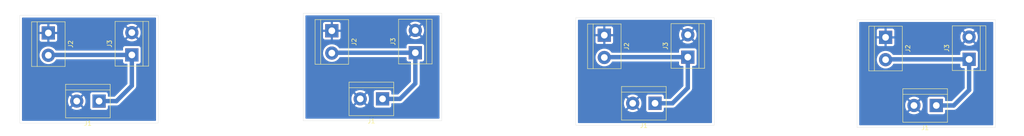
<source format=kicad_pcb>
(kicad_pcb (version 20241229) (generator "pcbnew") (generator_version "9.0")
  (layers (0 "F.Cu" signal) (2 "B.Cu" signal) (13 "F.Paste" user) (15 "B.Paste" user) (5 "F.SilkS" user "F.Silkscreen") (7 "B.SilkS" user "B.Silkscreen") (1 "F.Mask" user) (3 "B.Mask" user) (25 "Edge.Cuts" user))
  (net 0 "")
  (net 1 "GND")
  (net 2 "Net-(J1-Pin_1)")
  (footprint "TerminalBlock:TerminalBlock_bornier-2_P5.08mm" (layer "F.Cu") (at 155.5 96 -90)
    (property "Reference" "J2" (at 2.54 -5.08 90) (layer "F.SilkS"))
    (property "Value" "Screw_Terminal_01x02")
    (fp_line (start -2.54 3.81) (end 7.62 3.81) (stroke (width 0.12)) (layer "F.SilkS"))
    (fp_line (start 7.62 3.81) (end 7.62 -3.81) (stroke (width 0.12)) (layer "F.SilkS"))
    (fp_line (start 7.62 2.54) (end -2.54 2.54) (stroke (width 0.12)) (layer "F.SilkS"))
    (fp_line (start -2.54 -3.81) (end -2.54 3.81) (stroke (width 0.12)) (layer "F.SilkS"))
    (fp_line (start 7.62 -3.81) (end -2.54 -3.81) (stroke (width 0.12)) (layer "F.SilkS"))
    (pad "1" thru_hole rect (at 0 0 270) (size 3 3) (drill 1.52) (layers "*.Cu" "*.Mask") (net 1 "GND"))
    (pad "2" thru_hole circle (at 5.08 0 270) (size 3 3) (drill 1.52) (layers "*.Cu" "*.Mask") (net 2 "Net-(J1-Pin_1)"))
  )
  (footprint "TerminalBlock:TerminalBlock_bornier-2_P5.08mm" (layer "F.Cu") (at 167.04 111.5 180)
    (property "Reference" "J1" (at 2.54 -5.08 0) (layer "F.SilkS"))
    (property "Value" "Screw_Terminal_01x02")
    (fp_line (start 7.62 3.81) (end 7.62 -3.81) (stroke (width 0.12)) (layer "F.SilkS"))
    (fp_line (start 7.62 2.54) (end -2.54 2.54) (stroke (width 0.12)) (layer "F.SilkS"))
    (fp_line (start 7.62 -3.81) (end -2.54 -3.81) (stroke (width 0.12)) (layer "F.SilkS"))
    (fp_line (start -2.54 3.81) (end 7.62 3.81) (stroke (width 0.12)) (layer "F.SilkS"))
    (fp_line (start -2.54 -3.81) (end -2.54 3.81) (stroke (width 0.12)) (layer "F.SilkS"))
    (pad "1" thru_hole rect (at 0 0 180) (size 3 3) (drill 1.52) (layers "*.Cu" "*.Mask") (net 2 "Net-(J1-Pin_1)"))
    (pad "2" thru_hole circle (at 5.08 0 180) (size 3 3) (drill 1.52) (layers "*.Cu" "*.Mask") (net 1 "GND"))
  )
  (footprint "TerminalBlock:TerminalBlock_bornier-2_P5.08mm" (layer "F.Cu") (at 231.04 112 180)
    (property "Reference" "J1" (at 2.54 -5.08 0) (layer "F.SilkS"))
    (property "Value" "Screw_Terminal_01x02")
    (fp_line (start 7.62 3.81) (end 7.62 -3.81) (stroke (width 0.12)) (layer "F.SilkS"))
    (fp_line (start 7.62 2.54) (end -2.54 2.54) (stroke (width 0.12)) (layer "F.SilkS"))
    (fp_line (start 7.62 -3.81) (end -2.54 -3.81) (stroke (width 0.12)) (layer "F.SilkS"))
    (fp_line (start -2.54 3.81) (end 7.62 3.81) (stroke (width 0.12)) (layer "F.SilkS"))
    (fp_line (start -2.54 -3.81) (end -2.54 3.81) (stroke (width 0.12)) (layer "F.SilkS"))
    (pad "1" thru_hole rect (at 0 0 180) (size 3 3) (drill 1.52) (layers "*.Cu" "*.Mask") (net 2 "Net-(J1-Pin_1)"))
    (pad "2" thru_hole circle (at 5.08 0 180) (size 3 3) (drill 1.52) (layers "*.Cu" "*.Mask") (net 1 "GND"))
  )
  (footprint "TerminalBlock:TerminalBlock_bornier-2_P5.08mm" (layer "F.Cu") (at 105.04 110.5 180)
    (property "Reference" "J1" (at 2.54 -5.08 0) (layer "F.SilkS"))
    (property "Value" "Screw_Terminal_01x02")
    (fp_line (start 7.62 3.81) (end 7.62 -3.81) (stroke (width 0.12)) (layer "F.SilkS"))
    (fp_line (start 7.62 2.54) (end -2.54 2.54) (stroke (width 0.12)) (layer "F.SilkS"))
    (fp_line (start 7.62 -3.81) (end -2.54 -3.81) (stroke (width 0.12)) (layer "F.SilkS"))
    (fp_line (start -2.54 3.81) (end 7.62 3.81) (stroke (width 0.12)) (layer "F.SilkS"))
    (fp_line (start -2.54 -3.81) (end -2.54 3.81) (stroke (width 0.12)) (layer "F.SilkS"))
    (pad "1" thru_hole rect (at 0 0 180) (size 3 3) (drill 1.52) (layers "*.Cu" "*.Mask") (net 2 "Net-(J1-Pin_1)"))
    (pad "2" thru_hole circle (at 5.08 0 180) (size 3 3) (drill 1.52) (layers "*.Cu" "*.Mask") (net 1 "GND"))
  )
  (footprint "TerminalBlock:TerminalBlock_bornier-2_P5.08mm" (layer "F.Cu") (at 219.5 96.5 -90)
    (property "Reference" "J2" (at 2.54 -5.08 90) (layer "F.SilkS"))
    (property "Value" "Screw_Terminal_01x02")
    (fp_line (start -2.54 3.81) (end 7.62 3.81) (stroke (width 0.12)) (layer "F.SilkS"))
    (fp_line (start 7.62 3.81) (end 7.62 -3.81) (stroke (width 0.12)) (layer "F.SilkS"))
    (fp_line (start 7.62 2.54) (end -2.54 2.54) (stroke (width 0.12)) (layer "F.SilkS"))
    (fp_line (start -2.54 -3.81) (end -2.54 3.81) (stroke (width 0.12)) (layer "F.SilkS"))
    (fp_line (start 7.62 -3.81) (end -2.54 -3.81) (stroke (width 0.12)) (layer "F.SilkS"))
    (pad "1" thru_hole rect (at 0 0 270) (size 3 3) (drill 1.52) (layers "*.Cu" "*.Mask") (net 1 "GND"))
    (pad "2" thru_hole circle (at 5.08 0 270) (size 3 3) (drill 1.52) (layers "*.Cu" "*.Mask") (net 2 "Net-(J1-Pin_1)"))
  )
  (footprint "TerminalBlock:TerminalBlock_bornier-2_P5.08mm" (layer "F.Cu") (at 93.5 95 -90)
    (property "Reference" "J2" (at 2.54 -5.08 90) (layer "F.SilkS"))
    (property "Value" "Screw_Terminal_01x02")
    (fp_line (start -2.54 3.81) (end 7.62 3.81) (stroke (width 0.12)) (layer "F.SilkS"))
    (fp_line (start 7.62 3.81) (end 7.62 -3.81) (stroke (width 0.12)) (layer "F.SilkS"))
    (fp_line (start 7.62 2.54) (end -2.54 2.54) (stroke (width 0.12)) (layer "F.SilkS"))
    (fp_line (start -2.54 -3.81) (end -2.54 3.81) (stroke (width 0.12)) (layer "F.SilkS"))
    (fp_line (start 7.62 -3.81) (end -2.54 -3.81) (stroke (width 0.12)) (layer "F.SilkS"))
    (pad "1" thru_hole rect (at 0 0 270) (size 3 3) (drill 1.52) (layers "*.Cu" "*.Mask") (net 1 "GND"))
    (pad "2" thru_hole circle (at 5.08 0 270) (size 3 3) (drill 1.52) (layers "*.Cu" "*.Mask") (net 2 "Net-(J1-Pin_1)"))
  )
  (footprint "TerminalBlock:TerminalBlock_bornier-2_P5.08mm" (layer "F.Cu") (at 112.5 100 90)
    (property "Reference" "J3" (at 2.54 -5.08 90) (layer "F.SilkS"))
    (property "Value" "Screw_Terminal_01x02")
    (fp_line (start 7.62 -3.81) (end -2.54 -3.81) (stroke (width 0.12)) (layer "F.SilkS"))
    (fp_line (start -2.54 -3.81) (end -2.54 3.81) (stroke (width 0.12)) (layer "F.SilkS"))
    (fp_line (start 7.62 2.54) (end -2.54 2.54) (stroke (width 0.12)) (layer "F.SilkS"))
    (fp_line (start 7.62 3.81) (end 7.62 -3.81) (stroke (width 0.12)) (layer "F.SilkS"))
    (fp_line (start -2.54 3.81) (end 7.62 3.81) (stroke (width 0.12)) (layer "F.SilkS"))
    (pad "1" thru_hole rect (at 0 0 90) (size 3 3) (drill 1.52) (layers "*.Cu" "*.Mask") (net 2 "Net-(J1-Pin_1)"))
    (pad "2" thru_hole circle (at 5.08 0 90) (size 3 3) (drill 1.52) (layers "*.Cu" "*.Mask") (net 1 "GND"))
  )
  (footprint "TerminalBlock:TerminalBlock_bornier-2_P5.08mm" (layer "F.Cu") (at 238.5 101.5 90)
    (property "Reference" "J3" (at 2.54 -5.08 90) (layer "F.SilkS"))
    (property "Value" "Screw_Terminal_01x02")
    (fp_line (start 7.62 -3.81) (end -2.54 -3.81) (stroke (width 0.12)) (layer "F.SilkS"))
    (fp_line (start -2.54 -3.81) (end -2.54 3.81) (stroke (width 0.12)) (layer "F.SilkS"))
    (fp_line (start 7.62 2.54) (end -2.54 2.54) (stroke (width 0.12)) (layer "F.SilkS"))
    (fp_line (start 7.62 3.81) (end 7.62 -3.81) (stroke (width 0.12)) (layer "F.SilkS"))
    (fp_line (start -2.54 3.81) (end 7.62 3.81) (stroke (width 0.12)) (layer "F.SilkS"))
    (pad "1" thru_hole rect (at 0 0 90) (size 3 3) (drill 1.52) (layers "*.Cu" "*.Mask") (net 2 "Net-(J1-Pin_1)"))
    (pad "2" thru_hole circle (at 5.08 0 90) (size 3 3) (drill 1.52) (layers "*.Cu" "*.Mask") (net 1 "GND"))
  )
  (footprint "TerminalBlock:TerminalBlock_bornier-2_P5.08mm" (layer "F.Cu") (at 48 100.5 90)
    (property "Reference" "J3" (at 2.54 -5.08 90) (layer "F.SilkS"))
    (property "Value" "Screw_Terminal_01x02")
    (fp_line (start 7.62 -3.81) (end -2.54 -3.81) (stroke (width 0.12)) (layer "F.SilkS"))
    (fp_line (start -2.54 -3.81) (end -2.54 3.81) (stroke (width 0.12)) (layer "F.SilkS"))
    (fp_line (start 7.62 2.54) (end -2.54 2.54) (stroke (width 0.12)) (layer "F.SilkS"))
    (fp_line (start 7.62 3.81) (end 7.62 -3.81) (stroke (width 0.12)) (layer "F.SilkS"))
    (fp_line (start -2.54 3.81) (end 7.62 3.81) (stroke (width 0.12)) (layer "F.SilkS"))
    (pad "1" thru_hole rect (at 0 0 90) (size 3 3) (drill 1.52) (layers "*.Cu" "*.Mask") (net 2 "Net-(J1-Pin_1)"))
    (pad "2" thru_hole circle (at 5.08 0 90) (size 3 3) (drill 1.52) (layers "*.Cu" "*.Mask") (net 1 "GND"))
  )
  (footprint "TerminalBlock:TerminalBlock_bornier-2_P5.08mm" (layer "F.Cu") (at 29 95.5 -90)
    (property "Reference" "J2" (at 2.54 -5.08 90) (layer "F.SilkS"))
    (property "Value" "Screw_Terminal_01x02")
    (fp_line (start -2.54 3.81) (end 7.62 3.81) (stroke (width 0.12)) (layer "F.SilkS"))
    (fp_line (start 7.62 3.81) (end 7.62 -3.81) (stroke (width 0.12)) (layer "F.SilkS"))
    (fp_line (start 7.62 2.54) (end -2.54 2.54) (stroke (width 0.12)) (layer "F.SilkS"))
    (fp_line (start -2.54 -3.81) (end -2.54 3.81) (stroke (width 0.12)) (layer "F.SilkS"))
    (fp_line (start 7.62 -3.81) (end -2.54 -3.81) (stroke (width 0.12)) (layer "F.SilkS"))
    (pad "1" thru_hole rect (at 0 0 270) (size 3 3) (drill 1.52) (layers "*.Cu" "*.Mask") (net 1 "GND"))
    (pad "2" thru_hole circle (at 5.08 0 270) (size 3 3) (drill 1.52) (layers "*.Cu" "*.Mask") (net 2 "Net-(J1-Pin_1)"))
  )
  (footprint "TerminalBlock:TerminalBlock_bornier-2_P5.08mm" (layer "F.Cu") (at 174.5 101 90)
    (property "Reference" "J3" (at 2.54 -5.08 90) (layer "F.SilkS"))
    (property "Value" "Screw_Terminal_01x02")
    (fp_line (start 7.62 -3.81) (end -2.54 -3.81) (stroke (width 0.12)) (layer "F.SilkS"))
    (fp_line (start -2.54 -3.81) (end -2.54 3.81) (stroke (width 0.12)) (layer "F.SilkS"))
    (fp_line (start 7.62 2.54) (end -2.54 2.54) (stroke (width 0.12)) (layer "F.SilkS"))
    (fp_line (start 7.62 3.81) (end 7.62 -3.81) (stroke (width 0.12)) (layer "F.SilkS"))
    (fp_line (start -2.54 3.81) (end 7.62 3.81) (stroke (width 0.12)) (layer "F.SilkS"))
    (pad "1" thru_hole rect (at 0 0 90) (size 3 3) (drill 1.52) (layers "*.Cu" "*.Mask") (net 2 "Net-(J1-Pin_1)"))
    (pad "2" thru_hole circle (at 5.08 0 90) (size 3 3) (drill 1.52) (layers "*.Cu" "*.Mask") (net 1 "GND"))
  )
  (footprint "TerminalBlock:TerminalBlock_bornier-2_P5.08mm" (layer "F.Cu") (at 40.54 111 180)
    (property "Reference" "J1" (at 2.54 -5.08 0) (layer "F.SilkS"))
    (property "Value" "Screw_Terminal_01x02")
    (fp_line (start 7.62 3.81) (end 7.62 -3.81) (stroke (width 0.12)) (layer "F.SilkS"))
    (fp_line (start 7.62 2.54) (end -2.54 2.54) (stroke (width 0.12)) (layer "F.SilkS"))
    (fp_line (start 7.62 -3.81) (end -2.54 -3.81) (stroke (width 0.12)) (layer "F.SilkS"))
    (fp_line (start -2.54 3.81) (end 7.62 3.81) (stroke (width 0.12)) (layer "F.SilkS"))
    (fp_line (start -2.54 -3.81) (end -2.54 3.81) (stroke (width 0.12)) (layer "F.SilkS"))
    (pad "1" thru_hole rect (at 0 0 180) (size 3 3) (drill 1.52) (layers "*.Cu" "*.Mask") (net 2 "Net-(J1-Pin_1)"))
    (pad "2" thru_hole circle (at 5.08 0 180) (size 3 3) (drill 1.52) (layers "*.Cu" "*.Mask") (net 1 "GND"))
  )
  (gr_rect (start 87 91) (end 118.5 115.5) (stroke (width 0.05)) (fill no) (layer "Edge.Cuts"))
  (gr_rect (start 149 92) (end 180.5 116.5) (stroke (width 0.05)) (fill no) (layer "Edge.Cuts"))
  (gr_rect (start 22.5 91.5) (end 54 116) (stroke (width 0.05)) (fill no) (layer "Edge.Cuts"))
  (gr_rect (start 213 92.5) (end 244.5 117) (stroke (width 0.05)) (fill no) (layer "Edge.Cuts"))
  (segment (start 48 100.5) (end 29.08 100.5) (width 1) (layer "B.Cu") (net 2))
  (segment (start 48 107.5) (end 48 100.5) (width 1) (layer "B.Cu") (net 2))
  (segment (start 219.58 101.5) (end 219.5 101.58) (width 1) (layer "B.Cu") (net 2))
  (segment (start 171 111.5) (end 167.04 111.5) (width 1) (layer "B.Cu") (net 2))
  (segment (start 235 112) (end 238.5 108.5) (width 1) (layer "B.Cu") (net 2))
  (segment (start 112.5 107) (end 112.5 100) (width 1) (layer "B.Cu") (net 2))
  (segment (start 44.5 111) (end 40.54 111) (width 1) (layer "B.Cu") (net 2))
  (segment (start 171 111.5) (end 174.5 108) (width 1) (layer "B.Cu") (net 2))
  (segment (start 109 110.5) (end 112.5 107) (width 1) (layer "B.Cu") (net 2))
  (segment (start 112.5 100) (end 93.58 100) (width 1) (layer "B.Cu") (net 2))
  (segment (start 109 110.5) (end 105.04 110.5) (width 1) (layer "B.Cu") (net 2))
  (segment (start 174.5 101) (end 155.58 101) (width 1) (layer "B.Cu") (net 2))
  (segment (start 155.58 101) (end 155.5 101.08) (width 1) (layer "B.Cu") (net 2))
  (segment (start 235 112) (end 231.04 112) (width 1) (layer "B.Cu") (net 2))
  (segment (start 93.58 100) (end 93.5 100.08) (width 1) (layer "B.Cu") (net 2))
  (segment (start 29.08 100.5) (end 29 100.58) (width 1) (layer "B.Cu") (net 2))
  (segment (start 174.5 108) (end 174.5 101) (width 1) (layer "B.Cu") (net 2))
  (segment (start 238.5 108.5) (end 238.5 101.5) (width 1) (layer "B.Cu") (net 2))
  (segment (start 238.5 101.5) (end 219.58 101.5) (width 1) (layer "B.Cu") (net 2))
  (segment (start 44.5 111) (end 48 107.5) (width 1) (layer "B.Cu") (net 2))
  (zone (net 1) (net_name "GND") (layer "B.Cu") (connect_pads (clearance 0.5)) (min_thickness 0.25) (fill yes (thermal_gap 0.5) (thermal_bridge_width 0.5))
    (polygon (pts (xy 208.5 89.5) (xy 251 89.5) (xy 250.5 119) (xy 208.5 119)))
  )
  (zone (net 1) (net_name "GND") (layer "B.Cu") (connect_pads (clearance 0.5)) (min_thickness 0.25) (fill yes (thermal_gap 0.5) (thermal_bridge_width 0.5))
    (polygon (pts (xy 18 88.5) (xy 60.5 88.5) (xy 60 118) (xy 18 118)))
  )
  (zone (net 1) (net_name "GND") (layer "B.Cu") (connect_pads (clearance 0.5)) (min_thickness 0.25) (fill yes (thermal_gap 0.5) (thermal_bridge_width 0.5))
    (polygon (pts (xy 82.5 88) (xy 125 88) (xy 124.5 117.5) (xy 82.5 117.5)))
  )
  (zone (net 1) (net_name "GND") (layer "B.Cu") (connect_pads (clearance 0.5)) (min_thickness 0.25) (fill yes (thermal_gap 0.5) (thermal_bridge_width 0.5))
    (polygon (pts (xy 144.5 89) (xy 187 89) (xy 186.5 118.5) (xy 144.5 118.5)))
  )
)
</source>
